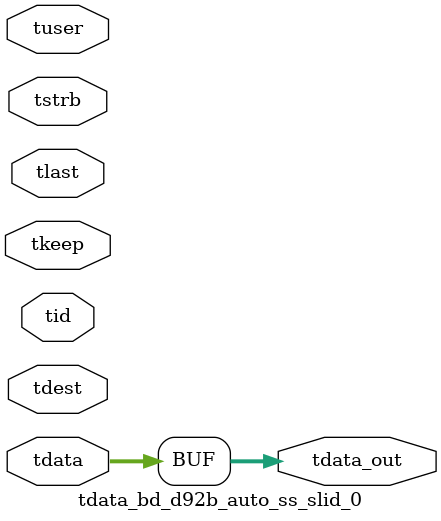
<source format=v>


`timescale 1ps/1ps

module tdata_bd_d92b_auto_ss_slid_0 #
(
parameter C_S_AXIS_TDATA_WIDTH = 32,
parameter C_S_AXIS_TUSER_WIDTH = 0,
parameter C_S_AXIS_TID_WIDTH   = 0,
parameter C_S_AXIS_TDEST_WIDTH = 0,
parameter C_M_AXIS_TDATA_WIDTH = 32
)
(
input  [(C_S_AXIS_TDATA_WIDTH == 0 ? 1 : C_S_AXIS_TDATA_WIDTH)-1:0     ] tdata,
input  [(C_S_AXIS_TUSER_WIDTH == 0 ? 1 : C_S_AXIS_TUSER_WIDTH)-1:0     ] tuser,
input  [(C_S_AXIS_TID_WIDTH   == 0 ? 1 : C_S_AXIS_TID_WIDTH)-1:0       ] tid,
input  [(C_S_AXIS_TDEST_WIDTH == 0 ? 1 : C_S_AXIS_TDEST_WIDTH)-1:0     ] tdest,
input  [(C_S_AXIS_TDATA_WIDTH/8)-1:0 ] tkeep,
input  [(C_S_AXIS_TDATA_WIDTH/8)-1:0 ] tstrb,
input                                                                    tlast,
output [C_M_AXIS_TDATA_WIDTH-1:0] tdata_out
);

assign tdata_out = {tdata[63:0]};

endmodule


</source>
